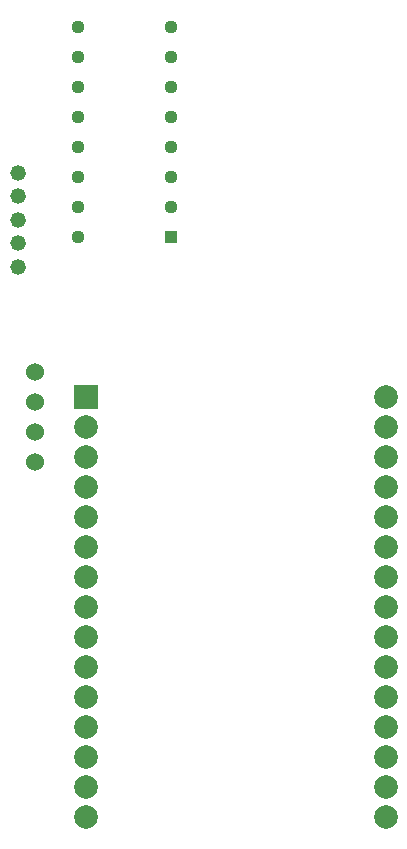
<source format=gbr>
%TF.GenerationSoftware,KiCad,Pcbnew,7.0.9*%
%TF.CreationDate,2023-11-29T15:21:19-05:00*%
%TF.ProjectId,Foodinator,466f6f64-696e-4617-946f-722e6b696361,rev?*%
%TF.SameCoordinates,Original*%
%TF.FileFunction,Copper,L1,Top*%
%TF.FilePolarity,Positive*%
%FSLAX46Y46*%
G04 Gerber Fmt 4.6, Leading zero omitted, Abs format (unit mm)*
G04 Created by KiCad (PCBNEW 7.0.9) date 2023-11-29 15:21:19*
%MOMM*%
%LPD*%
G01*
G04 APERTURE LIST*
%TA.AperFunction,ComponentPad*%
%ADD10R,2.000000X2.000000*%
%TD*%
%TA.AperFunction,ComponentPad*%
%ADD11C,2.000000*%
%TD*%
%TA.AperFunction,ComponentPad*%
%ADD12C,1.320800*%
%TD*%
%TA.AperFunction,ComponentPad*%
%ADD13C,1.530000*%
%TD*%
%TA.AperFunction,ComponentPad*%
%ADD14R,1.130000X1.130000*%
%TD*%
%TA.AperFunction,ComponentPad*%
%ADD15C,1.130000*%
%TD*%
G04 APERTURE END LIST*
D10*
%TO.P,U1,1,3V3*%
%TO.N,Net-(U1-3V3)*%
X99755000Y-89745000D03*
D11*
%TO.P,U1,2,GND*%
%TO.N,Net-(U2-GND)*%
X99755000Y-92285000D03*
%TO.P,U1,3,D15*%
%TO.N,unconnected-(U1-D15-Pad3)*%
X99755000Y-94825000D03*
%TO.P,U1,4,D2*%
%TO.N,unconnected-(U1-D2-Pad4)*%
X99755000Y-97365000D03*
%TO.P,U1,5,D4*%
%TO.N,unconnected-(U1-D4-Pad5)*%
X99755000Y-99905000D03*
%TO.P,U1,6,RX2*%
%TO.N,unconnected-(U1-RX2-Pad6)*%
X99755000Y-102445000D03*
%TO.P,U1,7,TX2*%
%TO.N,unconnected-(U1-TX2-Pad7)*%
X99755000Y-104985000D03*
%TO.P,U1,8,D5*%
%TO.N,Net-(U1-D5)*%
X99755000Y-107525000D03*
%TO.P,U1,9,D18*%
%TO.N,Net-(U1-D18)*%
X99755000Y-110065000D03*
%TO.P,U1,10,D19*%
%TO.N,unconnected-(U1-D19-Pad10)*%
X99755000Y-112605000D03*
%TO.P,U1,11,D21*%
%TO.N,unconnected-(U1-D21-Pad11)*%
X99755000Y-115145000D03*
%TO.P,U1,12,RX0*%
%TO.N,unconnected-(U1-RX0-Pad12)*%
X99755000Y-117685000D03*
%TO.P,U1,13,TX0*%
%TO.N,unconnected-(U1-TX0-Pad13)*%
X99755000Y-120225000D03*
%TO.P,U1,14,D22*%
%TO.N,unconnected-(U1-D22-Pad14)*%
X99755000Y-122765000D03*
%TO.P,U1,15,D23*%
%TO.N,unconnected-(U1-D23-Pad15)*%
X99755000Y-125305000D03*
%TO.P,U1,16,EN*%
%TO.N,unconnected-(U1-EN-Pad16)*%
X125155000Y-125305000D03*
%TO.P,U1,17,VP*%
%TO.N,unconnected-(U1-VP-Pad17)*%
X125155000Y-122765000D03*
%TO.P,U1,18,VN*%
%TO.N,unconnected-(U1-VN-Pad18)*%
X125155000Y-120225000D03*
%TO.P,U1,19,D34*%
%TO.N,unconnected-(U1-D34-Pad19)*%
X125155000Y-117685000D03*
%TO.P,U1,20,D35*%
%TO.N,unconnected-(U1-D35-Pad20)*%
X125155000Y-115145000D03*
%TO.P,U1,21,D32*%
%TO.N,unconnected-(U1-D32-Pad21)*%
X125155000Y-112605000D03*
%TO.P,U1,22,D33*%
%TO.N,unconnected-(U1-D33-Pad22)*%
X125155000Y-110065000D03*
%TO.P,U1,23,D25*%
%TO.N,unconnected-(U1-D25-Pad23)*%
X125155000Y-107525000D03*
%TO.P,U1,24,D26*%
%TO.N,unconnected-(U1-D26-Pad24)*%
X125155000Y-104985000D03*
%TO.P,U1,25,D27*%
%TO.N,Net-(U1-D27)*%
X125155000Y-102445000D03*
%TO.P,U1,26,D14*%
%TO.N,Net-(U1-D14)*%
X125155000Y-99905000D03*
%TO.P,U1,27,D12*%
%TO.N,Net-(U1-D12)*%
X125155000Y-97365000D03*
%TO.P,U1,28,D13*%
%TO.N,Net-(U1-D13)*%
X125155000Y-94825000D03*
%TO.P,U1,29,GND*%
%TO.N,Net-(U2-GND)*%
X125155000Y-92285000D03*
%TO.P,U1,30,VIN*%
%TO.N,unconnected-(U1-VIN-Pad30)*%
X125155000Y-89745000D03*
%TD*%
D12*
%TO.P,JP2,2,2*%
%TO.N,Net-(U2-O1)*%
X93980000Y-78740000D03*
%TO.P,JP2,3,3*%
%TO.N,Net-(U2-O2)*%
X93980000Y-76738480D03*
%TO.P,JP2,4,4*%
%TO.N,Net-(U2-O3)*%
X93980000Y-74742040D03*
%TO.P,JP2,5,5*%
%TO.N,Net-(U2-O4)*%
X93980000Y-72740520D03*
%TO.P,JP2,6,6*%
%TO.N,Net-(U2-O5)*%
X93980000Y-70741540D03*
%TD*%
D13*
%TO.P,U3,1,VCC*%
%TO.N,Net-(U1-3V3)*%
X95485000Y-87630000D03*
%TO.P,U3,2,TRIG*%
%TO.N,Net-(U1-D18)*%
X95485000Y-90170000D03*
%TO.P,U3,3,ECHO*%
%TO.N,Net-(U1-D5)*%
X95485000Y-92710000D03*
%TO.P,U3,4,GND*%
%TO.N,Net-(U2-GND)*%
X95485000Y-95250000D03*
%TD*%
D14*
%TO.P,U2,1,I1*%
%TO.N,Net-(U1-D27)*%
X107000000Y-76200000D03*
D15*
%TO.P,U2,2,I2*%
%TO.N,Net-(U1-D14)*%
X107000000Y-73660000D03*
%TO.P,U2,3,I3*%
%TO.N,Net-(U1-D12)*%
X107000000Y-71120000D03*
%TO.P,U2,4,I4*%
%TO.N,Net-(U1-D13)*%
X107000000Y-68580000D03*
%TO.P,U2,5,I5*%
%TO.N,unconnected-(U2-I5-Pad5)*%
X107000000Y-66040000D03*
%TO.P,U2,6,I6*%
%TO.N,unconnected-(U2-I6-Pad6)*%
X107000000Y-63500000D03*
%TO.P,U2,7,I7*%
%TO.N,unconnected-(U2-I7-Pad7)*%
X107000000Y-60960000D03*
%TO.P,U2,8,GND*%
%TO.N,Net-(U2-GND)*%
X107000000Y-58420000D03*
%TO.P,U2,9,COM*%
%TO.N,Net-(U1-3V3)*%
X99060000Y-58420000D03*
%TO.P,U2,10,O7*%
%TO.N,unconnected-(U2-O7-Pad10)*%
X99060000Y-60960000D03*
%TO.P,U2,11,O6*%
%TO.N,unconnected-(U2-O6-Pad11)*%
X99060000Y-63500000D03*
%TO.P,U2,12,O5*%
%TO.N,Net-(U2-O5)*%
X99060000Y-66040000D03*
%TO.P,U2,13,O4*%
%TO.N,Net-(U2-O4)*%
X99060000Y-68580000D03*
%TO.P,U2,14,O3*%
%TO.N,Net-(U2-O3)*%
X99060000Y-71120000D03*
%TO.P,U2,15,O2*%
%TO.N,Net-(U2-O2)*%
X99060000Y-73660000D03*
%TO.P,U2,16,O1*%
%TO.N,Net-(U2-O1)*%
X99060000Y-76200000D03*
%TD*%
M02*

</source>
